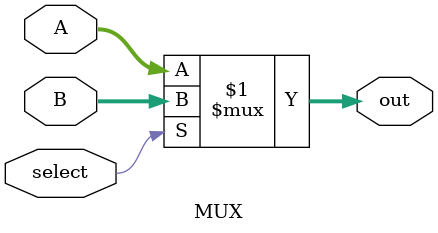
<source format=v>
module MUX (
    input select,
    input [31:0] A, B,
    output [31:0] out
);
    assign out = select ? B : A;
endmodule
</source>
